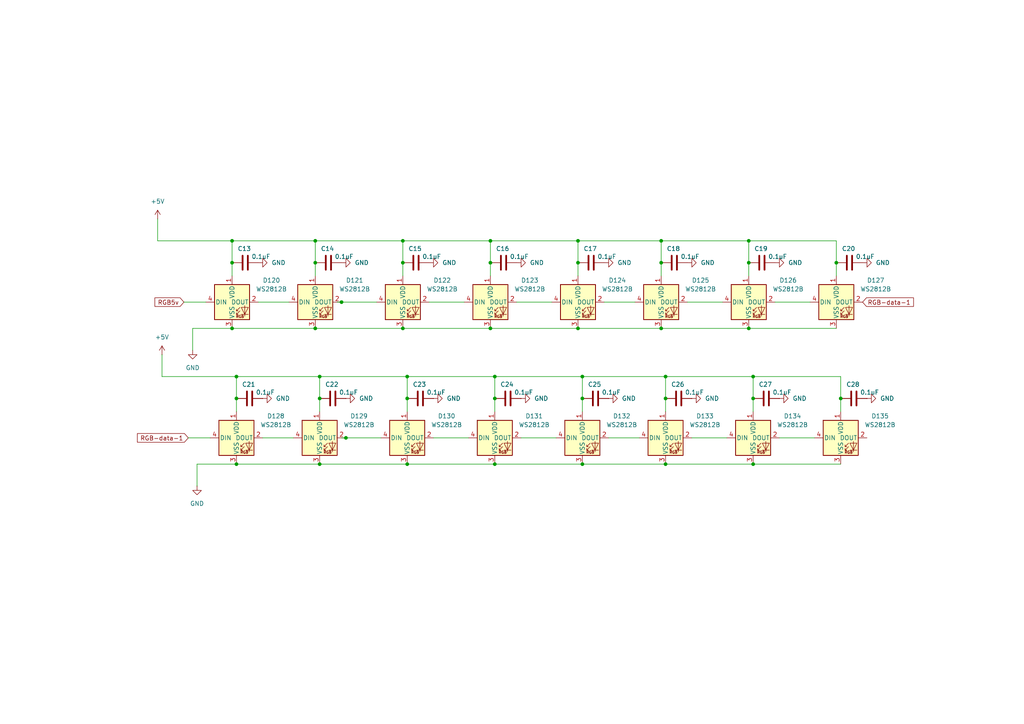
<source format=kicad_sch>
(kicad_sch (version 20231120) (generator "eeschema") (generator_version "8.0")
  (paper "A4")
  (lib_symbols
    (symbol "Device:C" (pin_numbers hide) (pin_names (offset 0.254))
      (property "Reference" "C" (at 0.635 2.54 0))
      (property "Value" "C" (at 0.635 -2.54 0))
      (symbol "C_0_1"
        (polyline (pts (xy -2.032 -0.762) (xy 2.032 -0.762)) (stroke (width 0.508)))
        (polyline (pts (xy -2.032 0.762) (xy 2.032 0.762)) (stroke (width 0.508)))
      )
      (symbol "C_1_1"
        (pin passive line (at 0 3.81 270) (length 2.794) (name "~") (number "1"))
        (pin passive line (at 0 -3.81 90) (length 2.794) (name "~") (number "2"))
      )
    )
    (symbol "LED:WS2812B" (pin_names (offset 0.254))
      (property "Reference" "D" (at 5.08 5.715 0))
      (property "Value" "WS2812B" (at 1.27 -5.715 0))
      (symbol "WS2812B_0_0"
        (text "RGB" (at 2.286 -4.191 0) (effects (font (size 0.762 0.762))))
      )
      (symbol "WS2812B_0_1"
        (polyline (pts (xy 1.27 -3.556) (xy 1.778 -3.556)))
        (polyline (pts (xy 1.27 -2.54) (xy 1.778 -2.54)))
        (polyline (pts (xy 4.699 -3.556) (xy 2.667 -3.556)))
        (polyline (pts (xy 2.286 -2.54) (xy 1.27 -3.556) (xy 1.27 -3.048)))
        (polyline (pts (xy 2.286 -1.524) (xy 1.27 -2.54) (xy 1.27 -2.032)))
        (polyline (pts (xy 3.683 -1.016) (xy 3.683 -3.556) (xy 3.683 -4.064)))
        (polyline (pts (xy 4.699 -1.524) (xy 2.667 -1.524) (xy 3.683 -3.556) (xy 4.699 -1.524)))
        (rectangle (start 5.08 5.08) (end -5.08 -5.08) (stroke (width 0.254)) (fill (type background)))
      )
      (symbol "WS2812B_1_1"
        (pin power_in line (at 0 7.62 270) (length 2.54) (name "VDD") (number "1"))
        (pin output line (at 7.62 0 180) (length 2.54) (name "DOUT") (number "2"))
        (pin power_in line (at 0 -7.62 90) (length 2.54) (name "VSS") (number "3"))
        (pin input line (at -7.62 0 0) (length 2.54) (name "DIN") (number "4"))
      )
    )
    (symbol "power:+5V" (power) (pin_numbers hide) (pin_names (offset 0) hide)
      (property "Value" "+5V" (at 0 3.556 0))
      (symbol "+5V_0_1"
        (polyline (pts (xy -0.762 1.27) (xy 0 2.54)))
        (polyline (pts (xy 0 0) (xy 0 2.54)))
        (polyline (pts (xy 0 2.54) (xy 0.762 1.27)))
      )
      (symbol "+5V_1_1"
        (pin power_in line (at 0 0 90) (length 0) (name "~") (number "1"))
      )
    )
    (symbol "power:GND" (power) (pin_numbers hide) (pin_names (offset 0) hide)
      (property "Value" "GND" (at 0 -3.81 0))
      (symbol "GND_0_1"
        (polyline (pts (xy 0 0) (xy 0 -1.27) (xy 1.27 -1.27) (xy 0 -2.54) (xy -1.27 -1.27) (xy 0 -1.27)))
      )
      (symbol "GND_1_1"
        (pin power_in line (at 0 0 270) (length 0) (name "~") (number "1"))
      )
    )
  )
  (junction (at 217.17 69.85))
  (junction (at 68.58 134.62))
  (junction (at 242.57 76.2))
  (junction (at 142.24 76.2))
  (junction (at 167.64 76.2))
  (junction (at 218.44 134.62))
  (junction (at 142.24 69.85))
  (junction (at 116.84 76.2))
  (junction (at 217.17 76.2))
  (junction (at 143.51 134.62))
  (junction (at 116.84 95.25))
  (junction (at 191.77 95.25))
  (junction (at 68.58 115.57))
  (junction (at 143.51 109.22))
  (junction (at 191.77 69.85))
  (junction (at 67.31 69.85))
  (junction (at 118.11 109.22))
  (junction (at 100.33 127))
  (junction (at 218.44 109.22))
  (junction (at 91.44 95.25))
  (junction (at 168.91 134.62))
  (junction (at 68.58 109.22))
  (junction (at 167.64 95.25))
  (junction (at 167.64 69.85))
  (junction (at 91.44 69.85))
  (junction (at 92.71 109.22))
  (junction (at 91.44 76.2))
  (junction (at 193.04 115.57))
  (junction (at 217.17 95.25))
  (junction (at 143.51 115.57))
  (junction (at 191.77 76.2))
  (junction (at 67.31 76.2))
  (junction (at 116.84 69.85))
  (junction (at 193.04 134.62))
  (junction (at 99.06 87.63))
  (junction (at 118.11 115.57))
  (junction (at 168.91 115.57))
  (junction (at 67.31 95.25))
  (junction (at 218.44 115.57))
  (junction (at 92.71 115.57))
  (junction (at 92.71 134.62))
  (junction (at 118.11 134.62))
  (junction (at 193.04 109.22))
  (junction (at 142.24 95.25))
  (junction (at 168.91 109.22))
  (junction (at 243.84 115.57))
  (wire (pts (xy 193.04 109.22) (xy 218.44 109.22)))
  (wire (pts (xy 116.84 69.85) (xy 116.84 76.2)))
  (wire (pts (xy 243.84 115.57) (xy 243.84 119.38)))
  (wire (pts (xy 118.11 115.57) (xy 118.11 119.38)))
  (wire (pts (xy 45.72 63.5) (xy 45.72 69.85)))
  (wire (pts (xy 116.84 76.2) (xy 116.84 80.01)))
  (wire (pts (xy 175.26 87.63) (xy 184.15 87.63)))
  (wire (pts (xy 143.51 109.22) (xy 143.51 115.57)))
  (wire (pts (xy 91.44 76.2) (xy 91.44 80.01)))
  (wire (pts (xy 218.44 109.22) (xy 243.84 109.22)))
  (wire (pts (xy 100.33 127) (xy 110.49 127)))
  (wire (pts (xy 191.77 69.85) (xy 217.17 69.85)))
  (wire (pts (xy 74.93 87.63) (xy 83.82 87.63)))
  (wire (pts (xy 116.84 69.85) (xy 142.24 69.85)))
  (wire (pts (xy 91.44 95.25) (xy 116.84 95.25)))
  (wire (pts (xy 67.31 69.85) (xy 67.31 76.2)))
  (wire (pts (xy 217.17 69.85) (xy 217.17 76.2)))
  (wire (pts (xy 67.31 76.2) (xy 67.31 80.01)))
  (wire (pts (xy 168.91 109.22) (xy 168.91 115.57)))
  (wire (pts (xy 200.66 127) (xy 210.82 127)))
  (wire (pts (xy 226.06 127) (xy 236.22 127)))
  (wire (pts (xy 191.77 76.2) (xy 191.77 80.01)))
  (wire (pts (xy 218.44 134.62) (xy 243.84 134.62)))
  (wire (pts (xy 218.44 115.57) (xy 218.44 119.38)))
  (wire (pts (xy 167.64 95.25) (xy 191.77 95.25)))
  (wire (pts (xy 142.24 95.25) (xy 167.64 95.25)))
  (wire (pts (xy 97.79 87.63) (xy 99.06 87.63)))
  (wire (pts (xy 92.71 134.62) (xy 118.11 134.62)))
  (wire (pts (xy 193.04 115.57) (xy 193.04 119.38)))
  (wire (pts (xy 168.91 134.62) (xy 193.04 134.62)))
  (wire (pts (xy 191.77 69.85) (xy 191.77 76.2)))
  (wire (pts (xy 92.71 115.57) (xy 92.71 119.38)))
  (wire (pts (xy 53.34 87.63) (xy 59.69 87.63)))
  (wire (pts (xy 99.06 87.63) (xy 109.22 87.63)))
  (wire (pts (xy 176.53 127) (xy 185.42 127)))
  (wire (pts (xy 124.46 87.63) (xy 134.62 87.63)))
  (wire (pts (xy 57.15 140.97) (xy 57.15 134.62)))
  (wire (pts (xy 142.24 69.85) (xy 167.64 69.85)))
  (wire (pts (xy 46.99 102.87) (xy 46.99 109.22)))
  (wire (pts (xy 191.77 95.25) (xy 217.17 95.25)))
  (wire (pts (xy 92.71 109.22) (xy 118.11 109.22)))
  (wire (pts (xy 116.84 95.25) (xy 142.24 95.25)))
  (wire (pts (xy 243.84 109.22) (xy 243.84 115.57)))
  (wire (pts (xy 217.17 95.25) (xy 242.57 95.25)))
  (wire (pts (xy 118.11 109.22) (xy 143.51 109.22)))
  (wire (pts (xy 67.31 69.85) (xy 91.44 69.85)))
  (wire (pts (xy 217.17 76.2) (xy 217.17 80.01)))
  (wire (pts (xy 142.24 69.85) (xy 142.24 76.2)))
  (wire (pts (xy 167.64 69.85) (xy 167.64 76.2)))
  (wire (pts (xy 54.61 127) (xy 60.96 127)))
  (wire (pts (xy 199.39 87.63) (xy 209.55 87.63)))
  (wire (pts (xy 242.57 76.2) (xy 242.57 80.01)))
  (wire (pts (xy 218.44 109.22) (xy 218.44 115.57)))
  (wire (pts (xy 92.71 109.22) (xy 92.71 115.57)))
  (wire (pts (xy 167.64 76.2) (xy 167.64 80.01)))
  (wire (pts (xy 193.04 134.62) (xy 218.44 134.62)))
  (wire (pts (xy 118.11 134.62) (xy 143.51 134.62)))
  (wire (pts (xy 168.91 115.57) (xy 168.91 119.38)))
  (wire (pts (xy 143.51 109.22) (xy 168.91 109.22)))
  (wire (pts (xy 224.79 87.63) (xy 234.95 87.63)))
  (wire (pts (xy 193.04 109.22) (xy 193.04 115.57)))
  (wire (pts (xy 45.72 69.85) (xy 67.31 69.85)))
  (wire (pts (xy 55.88 101.6) (xy 55.88 95.25)))
  (wire (pts (xy 76.2 127) (xy 85.09 127)))
  (wire (pts (xy 46.99 109.22) (xy 68.58 109.22)))
  (wire (pts (xy 68.58 134.62) (xy 92.71 134.62)))
  (wire (pts (xy 151.13 127) (xy 161.29 127)))
  (wire (pts (xy 167.64 69.85) (xy 191.77 69.85)))
  (wire (pts (xy 91.44 69.85) (xy 116.84 69.85)))
  (wire (pts (xy 217.17 69.85) (xy 242.57 69.85)))
  (wire (pts (xy 125.73 127) (xy 135.89 127)))
  (wire (pts (xy 149.86 87.63) (xy 160.02 87.63)))
  (wire (pts (xy 68.58 115.57) (xy 68.58 119.38)))
  (wire (pts (xy 55.88 95.25) (xy 67.31 95.25)))
  (wire (pts (xy 242.57 69.85) (xy 242.57 76.2)))
  (wire (pts (xy 142.24 76.2) (xy 142.24 80.01)))
  (wire (pts (xy 91.44 69.85) (xy 91.44 76.2)))
  (wire (pts (xy 68.58 109.22) (xy 92.71 109.22)))
  (wire (pts (xy 143.51 115.57) (xy 143.51 119.38)))
  (wire (pts (xy 99.06 127) (xy 100.33 127)))
  (wire (pts (xy 143.51 134.62) (xy 168.91 134.62)))
  (wire (pts (xy 68.58 109.22) (xy 68.58 115.57)))
  (wire (pts (xy 118.11 109.22) (xy 118.11 115.57)))
  (wire (pts (xy 67.31 95.25) (xy 91.44 95.25)))
  (wire (pts (xy 57.15 134.62) (xy 68.58 134.62)))
  (wire (pts (xy 168.91 109.22) (xy 193.04 109.22)))
  (global_label "RGB-data-1" (shape input) (at 250.19 87.63 0) (property "Intersheetrefs" "${INTERSHEET_REFS}" (effects (hide yes))))
  (global_label "RGB-data-1" (shape input) (at 54.61 127 180) (property "Intersheetrefs" "${INTERSHEET_REFS}" (effects (hide yes))))
  (global_label "RGB5v" (shape input) (at 53.34 87.63 180) (property "Intersheetrefs" "${INTERSHEET_REFS}" (effects (hide yes))))
  (symbol (lib_id "LED:WS2812B") (at 91.44 87.63 0) (unit 1)
    (property "Reference" "D121" (at 102.87 81.3114 0))
    (property "Value" "WS2812B" (at 102.87 83.8514 0))
    (property "Footprint" "LED_SMD:LED_WS2812B_PLCC4_5.0x5.0mm_P3.2mm" (effects (hide yes)))
    (property "Datasheet" "https://cdn-shop.adafruit.com/datasheets/WS2812B.pdf" (effects (hide yes)))
    (property "Description" "RGB LED with integrated controller" (effects (hide yes)))
  )
  (symbol (lib_id "power:GND") (at 224.79 76.2 90) (unit 1)
    (property "Reference" "#PWR041" (effects (hide yes)))
    (property "Value" "GND" (at 228.6 76.1999 90) (effects (justify right)))
    (property "Description" "Power symbol creates a global label with name \"GND\" , ground" (effects (hide yes)))
  )
  (symbol (lib_id "Device:C") (at 95.25 76.2 90) (unit 1)
    (property "Reference" "C14" (at 94.996 72.136 90))
    (property "Value" "0.1uF" (at 99.822 74.422 90))
    (property "Footprint" "Capacitor_SMD:C_0402_1005Metric" (effects (hide yes)))
    (property "Description" "Unpolarized capacitor" (effects (hide yes)))
  )
  (symbol (lib_id "power:GND") (at 226.06 115.57 90) (unit 1)
    (property "Reference" "#PWR044" (effects (hide yes)))
    (property "Value" "GND" (at 229.87 115.5699 90) (effects (justify right)))
    (property "Description" "Power symbol creates a global label with name \"GND\" , ground" (effects (hide yes)))
  )
  (symbol (lib_id "power:GND") (at 57.15 140.97 0) (unit 1)
    (property "Reference" "#PWR027" (effects (hide yes)))
    (property "Value" "GND" (at 57.15 146.05 0))
    (property "Description" "Power symbol creates a global label with name \"GND\" , ground" (effects (hide yes)))
  )
  (symbol (lib_id "Device:C") (at 246.38 76.2 90) (unit 1)
    (property "Reference" "C20" (at 246.126 72.136 90))
    (property "Value" "0.1uF" (at 250.952 74.422 90))
    (property "Footprint" "Capacitor_SMD:C_0402_1005Metric" (effects (hide yes)))
    (property "Description" "Unpolarized capacitor" (effects (hide yes)))
  )
  (symbol (lib_id "Device:C") (at 147.32 115.57 90) (unit 1)
    (property "Reference" "C24" (at 147.066 111.506 90))
    (property "Value" "0.1uF" (at 151.892 113.792 90))
    (property "Footprint" "Capacitor_SMD:C_0402_1005Metric" (effects (hide yes)))
    (property "Description" "Unpolarized capacitor" (effects (hide yes)))
  )
  (symbol (lib_id "power:GND") (at 76.2 115.57 90) (unit 1)
    (property "Reference" "#PWR050" (effects (hide yes)))
    (property "Value" "GND" (at 80.01 115.5699 90) (effects (justify right)))
    (property "Description" "Power symbol creates a global label with name \"GND\" , ground" (effects (hide yes)))
  )
  (symbol (lib_id "power:GND") (at 251.46 115.57 90) (unit 1)
    (property "Reference" "#PWR043" (effects (hide yes)))
    (property "Value" "GND" (at 255.27 115.5699 90) (effects (justify right)))
    (property "Description" "Power symbol creates a global label with name \"GND\" , ground" (effects (hide yes)))
  )
  (symbol (lib_id "Device:C") (at 172.72 115.57 90) (unit 1)
    (property "Reference" "C25" (at 172.466 111.506 90))
    (property "Value" "0.1uF" (at 177.292 113.792 90))
    (property "Footprint" "Capacitor_SMD:C_0402_1005Metric" (effects (hide yes)))
    (property "Description" "Unpolarized capacitor" (effects (hide yes)))
  )
  (symbol (lib_id "LED:WS2812B") (at 242.57 87.63 0) (unit 1)
    (property "Reference" "D127" (at 254 81.3114 0))
    (property "Value" "WS2812B" (at 254 83.8514 0))
    (property "Footprint" "LED_SMD:LED_WS2812B_PLCC4_5.0x5.0mm_P3.2mm" (effects (hide yes)))
    (property "Datasheet" "https://cdn-shop.adafruit.com/datasheets/WS2812B.pdf" (effects (hide yes)))
    (property "Description" "RGB LED with integrated controller" (effects (hide yes)))
  )
  (symbol (lib_id "power:GND") (at 199.39 76.2 90) (unit 1)
    (property "Reference" "#PWR040" (effects (hide yes)))
    (property "Value" "GND" (at 203.2 76.1999 90) (effects (justify right)))
    (property "Description" "Power symbol creates a global label with name \"GND\" , ground" (effects (hide yes)))
  )
  (symbol (lib_id "Device:C") (at 120.65 76.2 90) (unit 1)
    (property "Reference" "C15" (at 120.396 72.136 90))
    (property "Value" "0.1uF" (at 125.222 74.422 90))
    (property "Footprint" "Capacitor_SMD:C_0402_1005Metric" (effects (hide yes)))
    (property "Description" "Unpolarized capacitor" (effects (hide yes)))
  )
  (symbol (lib_id "power:GND") (at 200.66 115.57 90) (unit 1)
    (property "Reference" "#PWR045" (effects (hide yes)))
    (property "Value" "GND" (at 204.47 115.5699 90) (effects (justify right)))
    (property "Description" "Power symbol creates a global label with name \"GND\" , ground" (effects (hide yes)))
  )
  (symbol (lib_id "power:GND") (at 55.88 101.6 0) (unit 1)
    (property "Reference" "#PWR025" (effects (hide yes)))
    (property "Value" "GND" (at 55.88 106.68 0))
    (property "Description" "Power symbol creates a global label with name \"GND\" , ground" (effects (hide yes)))
  )
  (symbol (lib_id "power:GND") (at 149.86 76.2 90) (unit 1)
    (property "Reference" "#PWR038" (effects (hide yes)))
    (property "Value" "GND" (at 153.67 76.1999 90) (effects (justify right)))
    (property "Description" "Power symbol creates a global label with name \"GND\" , ground" (effects (hide yes)))
  )
  (symbol (lib_id "LED:WS2812B") (at 218.44 127 0) (unit 1)
    (property "Reference" "D134" (at 229.87 120.6814 0))
    (property "Value" "WS2812B" (at 229.87 123.2214 0))
    (property "Footprint" "LED_SMD:LED_WS2812B_PLCC4_5.0x5.0mm_P3.2mm" (effects (hide yes)))
    (property "Datasheet" "https://cdn-shop.adafruit.com/datasheets/WS2812B.pdf" (effects (hide yes)))
    (property "Description" "RGB LED with integrated controller" (effects (hide yes)))
  )
  (symbol (lib_id "LED:WS2812B") (at 243.84 127 0) (unit 1)
    (property "Reference" "D135" (at 255.27 120.6814 0))
    (property "Value" "WS2812B" (at 255.27 123.2214 0))
    (property "Footprint" "LED_SMD:LED_WS2812B_PLCC4_5.0x5.0mm_P3.2mm" (effects (hide yes)))
    (property "Datasheet" "https://cdn-shop.adafruit.com/datasheets/WS2812B.pdf" (effects (hide yes)))
    (property "Description" "RGB LED with integrated controller" (effects (hide yes)))
  )
  (symbol (lib_id "LED:WS2812B") (at 143.51 127 0) (unit 1)
    (property "Reference" "D131" (at 154.94 120.6814 0))
    (property "Value" "WS2812B" (at 154.94 123.2214 0))
    (property "Footprint" "LED_SMD:LED_WS2812B_PLCC4_5.0x5.0mm_P3.2mm" (effects (hide yes)))
    (property "Datasheet" "https://cdn-shop.adafruit.com/datasheets/WS2812B.pdf" (effects (hide yes)))
    (property "Description" "RGB LED with integrated controller" (effects (hide yes)))
  )
  (symbol (lib_id "Device:C") (at 72.39 115.57 90) (unit 1)
    (property "Reference" "C21" (at 72.136 111.506 90))
    (property "Value" "0.1uF" (at 76.962 113.792 90))
    (property "Footprint" "Capacitor_SMD:C_0402_1005Metric" (effects (hide yes)))
    (property "Description" "Unpolarized capacitor" (effects (hide yes)))
  )
  (symbol (lib_id "LED:WS2812B") (at 68.58 127 0) (unit 1)
    (property "Reference" "D128" (at 80.01 120.6814 0))
    (property "Value" "WS2812B" (at 80.01 123.2214 0))
    (property "Footprint" "LED_SMD:LED_WS2812B_PLCC4_5.0x5.0mm_P3.2mm" (effects (hide yes)))
    (property "Datasheet" "https://cdn-shop.adafruit.com/datasheets/WS2812B.pdf" (effects (hide yes)))
    (property "Description" "RGB LED with integrated controller" (effects (hide yes)))
  )
  (symbol (lib_id "power:GND") (at 74.93 76.2 90) (unit 1)
    (property "Reference" "#PWR035" (effects (hide yes)))
    (property "Value" "GND" (at 78.74 76.1999 90) (effects (justify right)))
    (property "Description" "Power symbol creates a global label with name \"GND\" , ground" (effects (hide yes)))
  )
  (symbol (lib_id "power:GND") (at 124.46 76.2 90) (unit 1)
    (property "Reference" "#PWR037" (effects (hide yes)))
    (property "Value" "GND" (at 128.27 76.1999 90) (effects (justify right)))
    (property "Description" "Power symbol creates a global label with name \"GND\" , ground" (effects (hide yes)))
  )
  (symbol (lib_id "Device:C") (at 220.98 76.2 90) (unit 1)
    (property "Reference" "C19" (at 220.726 72.136 90))
    (property "Value" "0.1uF" (at 225.552 74.422 90))
    (property "Footprint" "Capacitor_SMD:C_0402_1005Metric" (effects (hide yes)))
    (property "Description" "Unpolarized capacitor" (effects (hide yes)))
  )
  (symbol (lib_id "power:GND") (at 125.73 115.57 90) (unit 1)
    (property "Reference" "#PWR048" (effects (hide yes)))
    (property "Value" "GND" (at 129.54 115.5699 90) (effects (justify right)))
    (property "Description" "Power symbol creates a global label with name \"GND\" , ground" (effects (hide yes)))
  )
  (symbol (lib_id "LED:WS2812B") (at 191.77 87.63 0) (unit 1)
    (property "Reference" "D125" (at 203.2 81.3114 0))
    (property "Value" "WS2812B" (at 203.2 83.8514 0))
    (property "Footprint" "LED_SMD:LED_WS2812B_PLCC4_5.0x5.0mm_P3.2mm" (effects (hide yes)))
    (property "Datasheet" "https://cdn-shop.adafruit.com/datasheets/WS2812B.pdf" (effects (hide yes)))
    (property "Description" "RGB LED with integrated controller" (effects (hide yes)))
  )
  (symbol (lib_id "LED:WS2812B") (at 142.24 87.63 0) (unit 1)
    (property "Reference" "D123" (at 153.67 81.3114 0))
    (property "Value" "WS2812B" (at 153.67 83.8514 0))
    (property "Footprint" "LED_SMD:LED_WS2812B_PLCC4_5.0x5.0mm_P3.2mm" (effects (hide yes)))
    (property "Datasheet" "https://cdn-shop.adafruit.com/datasheets/WS2812B.pdf" (effects (hide yes)))
    (property "Description" "RGB LED with integrated controller" (effects (hide yes)))
  )
  (symbol (lib_id "LED:WS2812B") (at 92.71 127 0) (unit 1)
    (property "Reference" "D129" (at 104.14 120.6814 0))
    (property "Value" "WS2812B" (at 104.14 123.2214 0))
    (property "Footprint" "LED_SMD:LED_WS2812B_PLCC4_5.0x5.0mm_P3.2mm" (effects (hide yes)))
    (property "Datasheet" "https://cdn-shop.adafruit.com/datasheets/WS2812B.pdf" (effects (hide yes)))
    (property "Description" "RGB LED with integrated controller" (effects (hide yes)))
  )
  (symbol (lib_id "power:GND") (at 175.26 76.2 90) (unit 1)
    (property "Reference" "#PWR039" (effects (hide yes)))
    (property "Value" "GND" (at 179.07 76.1999 90) (effects (justify right)))
    (property "Description" "Power symbol creates a global label with name \"GND\" , ground" (effects (hide yes)))
  )
  (symbol (lib_id "LED:WS2812B") (at 118.11 127 0) (unit 1)
    (property "Reference" "D130" (at 129.54 120.6814 0))
    (property "Value" "WS2812B" (at 129.54 123.2214 0))
    (property "Footprint" "LED_SMD:LED_WS2812B_PLCC4_5.0x5.0mm_P3.2mm" (effects (hide yes)))
    (property "Datasheet" "https://cdn-shop.adafruit.com/datasheets/WS2812B.pdf" (effects (hide yes)))
    (property "Description" "RGB LED with integrated controller" (effects (hide yes)))
  )
  (symbol (lib_id "Device:C") (at 195.58 76.2 90) (unit 1)
    (property "Reference" "C18" (at 195.326 72.136 90))
    (property "Value" "0.1uF" (at 200.152 74.422 90))
    (property "Footprint" "Capacitor_SMD:C_0402_1005Metric" (effects (hide yes)))
    (property "Description" "Unpolarized capacitor" (effects (hide yes)))
  )
  (symbol (lib_id "power:GND") (at 250.19 76.2 90) (unit 1)
    (property "Reference" "#PWR042" (effects (hide yes)))
    (property "Value" "GND" (at 254 76.1999 90) (effects (justify right)))
    (property "Description" "Power symbol creates a global label with name \"GND\" , ground" (effects (hide yes)))
  )
  (symbol (lib_id "Device:C") (at 222.25 115.57 90) (unit 1)
    (property "Reference" "C27" (at 221.996 111.506 90))
    (property "Value" "0.1uF" (at 226.822 113.792 90))
    (property "Footprint" "Capacitor_SMD:C_0402_1005Metric" (effects (hide yes)))
    (property "Description" "Unpolarized capacitor" (effects (hide yes)))
  )
  (symbol (lib_id "power:GND") (at 100.33 115.57 90) (unit 1)
    (property "Reference" "#PWR049" (effects (hide yes)))
    (property "Value" "GND" (at 104.14 115.5699 90) (effects (justify right)))
    (property "Description" "Power symbol creates a global label with name \"GND\" , ground" (effects (hide yes)))
  )
  (symbol (lib_id "LED:WS2812B") (at 116.84 87.63 0) (unit 1)
    (property "Reference" "D122" (at 128.27 81.3114 0))
    (property "Value" "WS2812B" (at 128.27 83.8514 0))
    (property "Footprint" "LED_SMD:LED_WS2812B_PLCC4_5.0x5.0mm_P3.2mm" (effects (hide yes)))
    (property "Datasheet" "https://cdn-shop.adafruit.com/datasheets/WS2812B.pdf" (effects (hide yes)))
    (property "Description" "RGB LED with integrated controller" (effects (hide yes)))
  )
  (symbol (lib_id "Device:C") (at 121.92 115.57 90) (unit 1)
    (property "Reference" "C23" (at 121.666 111.506 90))
    (property "Value" "0.1uF" (at 126.492 113.792 90))
    (property "Footprint" "Capacitor_SMD:C_0402_1005Metric" (effects (hide yes)))
    (property "Description" "Unpolarized capacitor" (effects (hide yes)))
  )
  (symbol (lib_id "power:+5V") (at 45.72 63.5 0) (unit 1)
    (property "Reference" "#PWR024" (effects (hide yes)))
    (property "Value" "+5V" (at 45.72 58.42 0))
    (property "Description" "Power symbol creates a global label with name \"+5V\"" (effects (hide yes)))
  )
  (symbol (lib_id "Device:C") (at 96.52 115.57 90) (unit 1)
    (property "Reference" "C22" (at 96.266 111.506 90))
    (property "Value" "0.1uF" (at 101.092 113.792 90))
    (property "Footprint" "Capacitor_SMD:C_0402_1005Metric" (effects (hide yes)))
    (property "Description" "Unpolarized capacitor" (effects (hide yes)))
  )
  (symbol (lib_id "Device:C") (at 71.12 76.2 90) (unit 1)
    (property "Reference" "C13" (at 70.866 72.136 90))
    (property "Value" "0.1uF" (at 75.692 74.422 90))
    (property "Footprint" "Capacitor_SMD:C_0402_1005Metric" (effects (hide yes)))
    (property "Description" "Unpolarized capacitor" (effects (hide yes)))
  )
  (symbol (lib_id "power:+5V") (at 46.99 102.87 0) (unit 1)
    (property "Reference" "#PWR026" (effects (hide yes)))
    (property "Value" "+5V" (at 46.99 97.79 0))
    (property "Description" "Power symbol creates a global label with name \"+5V\"" (effects (hide yes)))
  )
  (symbol (lib_id "LED:WS2812B") (at 217.17 87.63 0) (unit 1)
    (property "Reference" "D126" (at 228.6 81.3114 0))
    (property "Value" "WS2812B" (at 228.6 83.8514 0))
    (property "Footprint" "LED_SMD:LED_WS2812B_PLCC4_5.0x5.0mm_P3.2mm" (effects (hide yes)))
    (property "Datasheet" "https://cdn-shop.adafruit.com/datasheets/WS2812B.pdf" (effects (hide yes)))
    (property "Description" "RGB LED with integrated controller" (effects (hide yes)))
  )
  (symbol (lib_id "Device:C") (at 196.85 115.57 90) (unit 1)
    (property "Reference" "C26" (at 196.596 111.506 90))
    (property "Value" "0.1uF" (at 201.422 113.792 90))
    (property "Footprint" "Capacitor_SMD:C_0402_1005Metric" (effects (hide yes)))
    (property "Description" "Unpolarized capacitor" (effects (hide yes)))
  )
  (symbol (lib_id "Device:C") (at 247.65 115.57 90) (unit 1)
    (property "Reference" "C28" (at 247.396 111.506 90))
    (property "Value" "0.1uF" (at 252.222 113.792 90))
    (property "Footprint" "Capacitor_SMD:C_0402_1005Metric" (effects (hide yes)))
    (property "Description" "Unpolarized capacitor" (effects (hide yes)))
  )
  (symbol (lib_id "power:GND") (at 151.13 115.57 90) (unit 1)
    (property "Reference" "#PWR047" (effects (hide yes)))
    (property "Value" "GND" (at 154.94 115.5699 90) (effects (justify right)))
    (property "Description" "Power symbol creates a global label with name \"GND\" , ground" (effects (hide yes)))
  )
  (symbol (lib_id "power:GND") (at 176.53 115.57 90) (unit 1)
    (property "Reference" "#PWR046" (effects (hide yes)))
    (property "Value" "GND" (at 180.34 115.5699 90) (effects (justify right)))
    (property "Description" "Power symbol creates a global label with name \"GND\" , ground" (effects (hide yes)))
  )
  (symbol (lib_id "power:GND") (at 99.06 76.2 90) (unit 1)
    (property "Reference" "#PWR036" (effects (hide yes)))
    (property "Value" "GND" (at 102.87 76.1999 90) (effects (justify right)))
    (property "Description" "Power symbol creates a global label with name \"GND\" , ground" (effects (hide yes)))
  )
  (symbol (lib_id "Device:C") (at 146.05 76.2 90) (unit 1)
    (property "Reference" "C16" (at 145.796 72.136 90))
    (property "Value" "0.1uF" (at 150.622 74.422 90))
    (property "Footprint" "Capacitor_SMD:C_0402_1005Metric" (effects (hide yes)))
    (property "Description" "Unpolarized capacitor" (effects (hide yes)))
  )
  (symbol (lib_id "LED:WS2812B") (at 67.31 87.63 0) (unit 1)
    (property "Reference" "D120" (at 78.74 81.3114 0))
    (property "Value" "WS2812B" (at 78.74 83.8514 0))
    (property "Footprint" "LED_SMD:LED_WS2812B_PLCC4_5.0x5.0mm_P3.2mm" (effects (hide yes)))
    (property "Datasheet" "https://cdn-shop.adafruit.com/datasheets/WS2812B.pdf" (effects (hide yes)))
    (property "Description" "RGB LED with integrated controller" (effects (hide yes)))
  )
  (symbol (lib_id "LED:WS2812B") (at 193.04 127 0) (unit 1)
    (property "Reference" "D133" (at 204.47 120.6814 0))
    (property "Value" "WS2812B" (at 204.47 123.2214 0))
    (property "Footprint" "LED_SMD:LED_WS2812B_PLCC4_5.0x5.0mm_P3.2mm" (effects (hide yes)))
    (property "Datasheet" "https://cdn-shop.adafruit.com/datasheets/WS2812B.pdf" (effects (hide yes)))
    (property "Description" "RGB LED with integrated controller" (effects (hide yes)))
  )
  (symbol (lib_id "LED:WS2812B") (at 167.64 87.63 0) (unit 1)
    (property "Reference" "D124" (at 179.07 81.3114 0))
    (property "Value" "WS2812B" (at 179.07 83.8514 0))
    (property "Footprint" "LED_SMD:LED_WS2812B_PLCC4_5.0x5.0mm_P3.2mm" (effects (hide yes)))
    (property "Datasheet" "https://cdn-shop.adafruit.com/datasheets/WS2812B.pdf" (effects (hide yes)))
    (property "Description" "RGB LED with integrated controller" (effects (hide yes)))
  )
  (symbol (lib_id "Device:C") (at 171.45 76.2 90) (unit 1)
    (property "Reference" "C17" (at 171.196 72.136 90))
    (property "Value" "0.1uF" (at 176.022 74.422 90))
    (property "Footprint" "Capacitor_SMD:C_0402_1005Metric" (effects (hide yes)))
    (property "Description" "Unpolarized capacitor" (effects (hide yes)))
  )
  (symbol (lib_id "LED:WS2812B") (at 168.91 127 0) (unit 1)
    (property "Reference" "D132" (at 180.34 120.6814 0))
    (property "Value" "WS2812B" (at 180.34 123.2214 0))
    (property "Footprint" "LED_SMD:LED_WS2812B_PLCC4_5.0x5.0mm_P3.2mm" (effects (hide yes)))
    (property "Datasheet" "https://cdn-shop.adafruit.com/datasheets/WS2812B.pdf" (effects (hide yes)))
    (property "Description" "RGB LED with integrated controller" (effects (hide yes)))
  )
)
</source>
